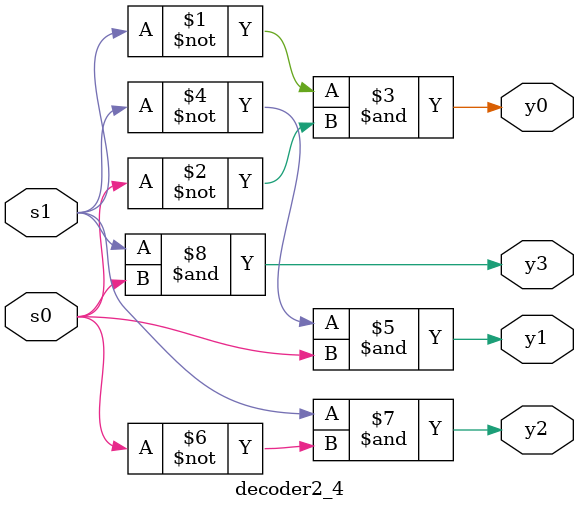
<source format=v>
`timescale 1ns / 1ps
module decoder2_4(input s1,s0, output y3,y2,y1,y0);

assign y0=(~s1)&(~s0);
assign y1=(~s1)&(s0);
assign y2=(s1)&(~s0);
assign y3=(s1)&(s0);


endmodule

</source>
